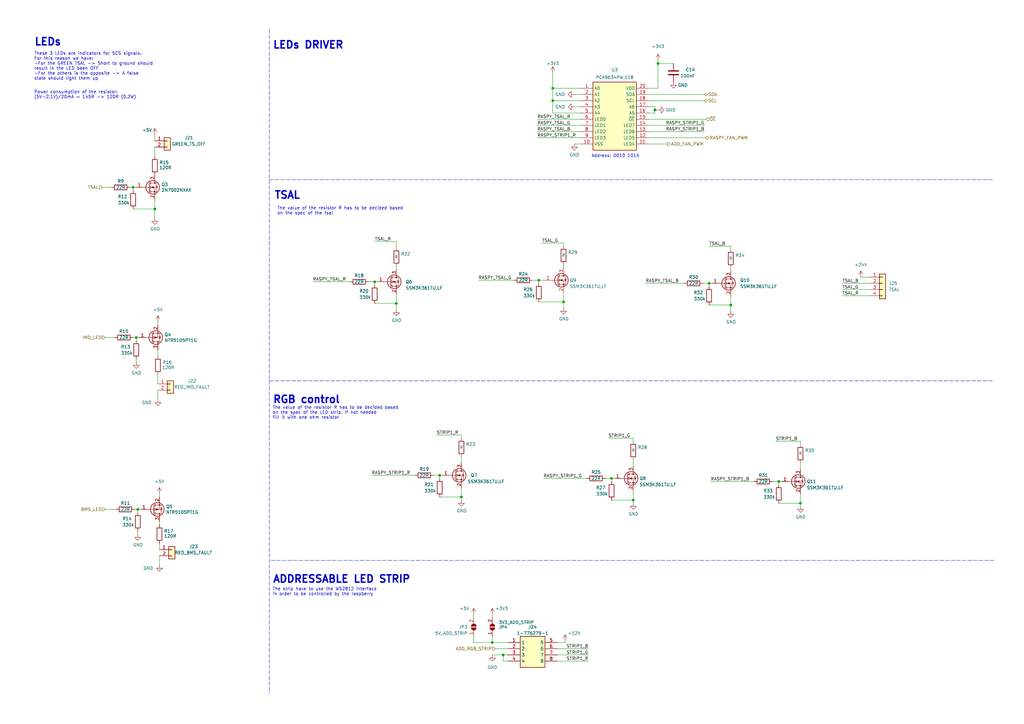
<source format=kicad_sch>
(kicad_sch (version 20211123) (generator eeschema)
  (paper "A3")
  (lib_symbols
    (symbol "00_proj-lib:1-776279-1"
      (property "Value" "1-776279-1" (at 9.525 3.81 0))
      (property "Reference_1" "J" (at 6.35 6.985 0))
      (property "Value_1" "1-776279-1" (at 3.175 5.08 0))
      (symbol "1-776279-1_1_1"
        (rectangle (start 5.08 2.54) (end 15.24 -10.16) (stroke (width 0.254)) (fill (type background)))
        (pin passive line (at 0 0 0) (length 5.08) (name "1") (number "1"))
        (pin passive line (at 0 -2.54 0) (length 5.08) (name "2") (number "2"))
        (pin passive line (at 0 -5.08 0) (length 5.08) (name "3") (number "3"))
        (pin passive line (at 0 -7.62 0) (length 5.08) (name "4") (number "4"))
        (pin passive line (at 20.32 0 180) (length 5.08) (name "5") (number "5"))
        (pin passive line (at 20.32 -2.54 180) (length 5.08) (name "6") (number "6"))
        (pin passive line (at 20.32 -5.08 180) (length 5.08) (name "7") (number "7"))
        (pin passive line (at 20.32 -7.62 180) (length 5.08) (name "8") (number "8"))
      )
    )
    (symbol "00_proj-lib:PCA9634PW,118"
      (property "Value" "PCA9634PW,118" (at 13.97 3.81 0))
      (property "Reference_1" "IC" (at 24.13 7.62 0))
      (property "Value_1" "PCA9634PW,118" (at 24.13 5.08 0))
      (symbol "PCA9634PW,118_1_1"
        (rectangle (start 5.08 2.54) (end 22.86 -25.4) (stroke (width 0.254)) (fill (type background)))
        (pin passive line (at 0 0 0) (length 5.08) (name "A0") (number "1"))
        (pin passive line (at 0 -22.86 0) (length 5.08) (name "VSS") (number "10"))
        (pin passive line (at 27.94 -22.86 180) (length 5.08) (name "LED4") (number "11"))
        (pin passive line (at 27.94 -20.32 180) (length 5.08) (name "LED5") (number "12"))
        (pin passive line (at 27.94 -17.78 180) (length 5.08) (name "LED6") (number "13"))
        (pin passive line (at 27.94 -15.24 180) (length 5.08) (name "LED7") (number "14"))
        (pin passive line (at 27.94 -12.7 180) (length 5.08) (name "~{OE}") (number "15"))
        (pin passive line (at 27.94 -10.16 180) (length 5.08) (name "A5") (number "16"))
        (pin passive line (at 27.94 -7.62 180) (length 5.08) (name "A6") (number "17"))
        (pin passive line (at 27.94 -5.08 180) (length 5.08) (name "SCL") (number "18"))
        (pin passive line (at 27.94 -2.54 180) (length 5.08) (name "SDA") (number "19"))
        (pin passive line (at 0 -2.54 0) (length 5.08) (name "A1") (number "2"))
        (pin passive line (at 27.94 0 180) (length 5.08) (name "VDD") (number "20"))
        (pin passive line (at 0 -5.08 0) (length 5.08) (name "A2") (number "3"))
        (pin passive line (at 0 -7.62 0) (length 5.08) (name "A3") (number "4"))
        (pin passive line (at 0 -10.16 0) (length 5.08) (name "A4") (number "5"))
        (pin passive line (at 0 -12.7 0) (length 5.08) (name "LED0") (number "6"))
        (pin passive line (at 0 -15.24 0) (length 5.08) (name "LED1") (number "7"))
        (pin passive line (at 0 -17.78 0) (length 5.08) (name "LED2") (number "8"))
        (pin passive line (at 0 -20.32 0) (length 5.08) (name "LED3") (number "9"))
      )
    )
    (symbol "Connector_Generic:Conn_01x02" (pin_names (offset 1.016) hide)
      (property "Reference" "J" (at 0 2.54 0))
      (property "Value" "Conn_01x02" (at 0 -5.08 0))
      (symbol "Conn_01x02_1_1"
        (rectangle (start -1.27 -2.413) (end 0 -2.667) (stroke (width 0.1524)))
        (rectangle (start -1.27 0.127) (end 0 -0.127) (stroke (width 0.1524)))
        (rectangle (start -1.27 1.27) (end 1.27 -3.81) (stroke (width 0.254)) (fill (type background)))
        (pin passive line (at -5.08 0 0) (length 3.81) (name "Pin_1") (number "1"))
        (pin passive line (at -5.08 -2.54 0) (length 3.81) (name "Pin_2") (number "2"))
      )
    )
    (symbol "Connector_Generic:Conn_01x04" (pin_names (offset 1.016) hide)
      (property "Reference" "J" (at 0 5.08 0))
      (property "Value" "Conn_01x04" (at 0 -7.62 0))
      (symbol "Conn_01x04_1_1"
        (rectangle (start -1.27 -4.953) (end 0 -5.207) (stroke (width 0.1524)))
        (rectangle (start -1.27 -2.413) (end 0 -2.667) (stroke (width 0.1524)))
        (rectangle (start -1.27 0.127) (end 0 -0.127) (stroke (width 0.1524)))
        (rectangle (start -1.27 2.667) (end 0 2.413) (stroke (width 0.1524)))
        (rectangle (start -1.27 3.81) (end 1.27 -6.35) (stroke (width 0.254)) (fill (type background)))
        (pin passive line (at -5.08 2.54 0) (length 3.81) (name "Pin_1") (number "1"))
        (pin passive line (at -5.08 0 0) (length 3.81) (name "Pin_2") (number "2"))
        (pin passive line (at -5.08 -2.54 0) (length 3.81) (name "Pin_3") (number "3"))
        (pin passive line (at -5.08 -5.08 0) (length 3.81) (name "Pin_4") (number "4"))
      )
    )
    (symbol "Device:C" (pin_numbers hide) (pin_names (offset 0.254))
      (property "Reference" "C" (at 0.635 2.54 0))
      (property "Value" "C" (at 0.635 -2.54 0))
      (symbol "C_0_1"
        (polyline (pts (xy -2.032 -0.762) (xy 2.032 -0.762)) (stroke (width 0.508)))
        (polyline (pts (xy -2.032 0.762) (xy 2.032 0.762)) (stroke (width 0.508)))
      )
      (symbol "C_1_1"
        (pin passive line (at 0 3.81 270) (length 2.794) (name "~") (number "1"))
        (pin passive line (at 0 -3.81 90) (length 2.794) (name "~") (number "2"))
      )
    )
    (symbol "Device:Q_NMOS_GSD" (pin_names (offset 0) hide)
      (property "Reference" "Q" (at 5.08 1.27 0))
      (property "Value" "Q_NMOS_GSD" (at 5.08 -1.27 0))
      (symbol "Q_NMOS_GSD_0_1"
        (polyline (pts (xy 0.254 0) (xy -2.54 0)))
        (polyline (pts (xy 0.254 1.905) (xy 0.254 -1.905)) (stroke (width 0.254)))
        (polyline (pts (xy 0.762 -1.27) (xy 0.762 -2.286)) (stroke (width 0.254)))
        (polyline (pts (xy 0.762 0.508) (xy 0.762 -0.508)) (stroke (width 0.254)))
        (polyline (pts (xy 0.762 2.286) (xy 0.762 1.27)) (stroke (width 0.254)))
        (polyline (pts (xy 2.54 2.54) (xy 2.54 1.778)))
        (polyline (pts (xy 2.54 -2.54) (xy 2.54 0) (xy 0.762 0)))
        (polyline (pts (xy 0.762 -1.778) (xy 3.302 -1.778) (xy 3.302 1.778) (xy 0.762 1.778)))
        (polyline (pts (xy 1.016 0) (xy 2.032 0.381) (xy 2.032 -0.381) (xy 1.016 0)) (fill (type outline)))
        (polyline (pts (xy 2.794 0.508) (xy 2.921 0.381) (xy 3.683 0.381) (xy 3.81 0.254)))
        (polyline (pts (xy 3.302 0.381) (xy 2.921 -0.254) (xy 3.683 -0.254) (xy 3.302 0.381)))
        (circle (center 1.651 0) (radius 2.794) (stroke (width 0.254)))
        (circle (center 2.54 -1.778) (radius 0.254) (fill (type outline)))
        (circle (center 2.54 1.778) (radius 0.254) (fill (type outline)))
      )
      (symbol "Q_NMOS_GSD_1_1"
        (pin input line (at -5.08 0 0) (length 2.54) (name "G") (number "1"))
        (pin passive line (at 2.54 -5.08 90) (length 2.54) (name "S") (number "2"))
        (pin passive line (at 2.54 5.08 270) (length 2.54) (name "D") (number "3"))
      )
    )
    (symbol "Device:Q_PMOS_GSD" (pin_names (offset 0) hide)
      (property "Reference" "Q" (at 5.08 1.27 0))
      (property "Value" "Q_PMOS_GSD" (at 5.08 -1.27 0))
      (symbol "Q_PMOS_GSD_0_1"
        (polyline (pts (xy 0.254 0) (xy -2.54 0)))
        (polyline (pts (xy 0.254 1.905) (xy 0.254 -1.905)) (stroke (width 0.254)))
        (polyline (pts (xy 0.762 -1.27) (xy 0.762 -2.286)) (stroke (width 0.254)))
        (polyline (pts (xy 0.762 0.508) (xy 0.762 -0.508)) (stroke (width 0.254)))
        (polyline (pts (xy 0.762 2.286) (xy 0.762 1.27)) (stroke (width 0.254)))
        (polyline (pts (xy 2.54 2.54) (xy 2.54 1.778)))
        (polyline (pts (xy 2.54 -2.54) (xy 2.54 0) (xy 0.762 0)))
        (polyline (pts (xy 0.762 1.778) (xy 3.302 1.778) (xy 3.302 -1.778) (xy 0.762 -1.778)))
        (polyline (pts (xy 2.286 0) (xy 1.27 0.381) (xy 1.27 -0.381) (xy 2.286 0)) (fill (type outline)))
        (polyline (pts (xy 2.794 -0.508) (xy 2.921 -0.381) (xy 3.683 -0.381) (xy 3.81 -0.254)))
        (polyline (pts (xy 3.302 -0.381) (xy 2.921 0.254) (xy 3.683 0.254) (xy 3.302 -0.381)))
        (circle (center 1.651 0) (radius 2.794) (stroke (width 0.254)))
        (circle (center 2.54 -1.778) (radius 0.254) (fill (type outline)))
        (circle (center 2.54 1.778) (radius 0.254) (fill (type outline)))
      )
      (symbol "Q_PMOS_GSD_1_1"
        (pin input line (at -5.08 0 0) (length 2.54) (name "G") (number "1"))
        (pin passive line (at 2.54 -5.08 90) (length 2.54) (name "S") (number "2"))
        (pin passive line (at 2.54 5.08 270) (length 2.54) (name "D") (number "3"))
      )
    )
    (symbol "Device:R" (pin_numbers hide) (pin_names (offset 0))
      (property "Reference" "R" (at 2.032 0 90))
      (property "Value" "R" (at 0 0 90))
      (symbol "R_0_1"
        (rectangle (start -1.016 -2.54) (end 1.016 2.54) (stroke (width 0.254)))
      )
      (symbol "R_1_1"
        (pin passive line (at 0 3.81 270) (length 1.27) (name "~") (number "1"))
        (pin passive line (at 0 -3.81 90) (length 1.27) (name "~") (number "2"))
      )
    )
    (symbol "Jumper:SolderJumper_2_Open" (pin_names (offset 0) hide)
      (property "Reference" "JP" (at 0 2.032 0))
      (property "Value" "SolderJumper_2_Open" (at 0 -2.54 0))
      (symbol "SolderJumper_2_Open_0_1"
        (arc (start -0.254 1.016) (mid -1.27 0) (end -0.254 -1.016))
        (arc (start -0.254 1.016) (mid -1.27 0) (end -0.254 -1.016) (fill (type outline)))
        (polyline (pts (xy -0.254 1.016) (xy -0.254 -1.016)))
        (polyline (pts (xy 0.254 1.016) (xy 0.254 -1.016)))
        (arc (start 0.254 -1.016) (mid 1.27 0) (end 0.254 1.016))
        (arc (start 0.254 -1.016) (mid 1.27 0) (end 0.254 1.016) (fill (type outline)))
      )
      (symbol "SolderJumper_2_Open_1_1"
        (pin passive line (at -3.81 0 0) (length 2.54) (name "A") (number "1"))
        (pin passive line (at 3.81 0 180) (length 2.54) (name "B") (number "2"))
      )
    )
    (symbol "power:+12V" (power) (pin_names (offset 0))
      (property "Value" "+12V" (at 0 3.556 0))
      (symbol "+12V_0_1"
        (polyline (pts (xy -0.762 1.27) (xy 0 2.54)))
        (polyline (pts (xy 0 0) (xy 0 2.54)))
        (polyline (pts (xy 0 2.54) (xy 0.762 1.27)))
      )
      (symbol "+12V_1_1"
        (pin power_in line (at 0 0 90) (length 0) hide (name "+12V") (number "1"))
      )
    )
    (symbol "power:+24V" (power) (pin_names (offset 0))
      (property "Value" "+24V" (at 0 3.556 0))
      (symbol "+24V_0_1"
        (polyline (pts (xy -0.762 1.27) (xy 0 2.54)))
        (polyline (pts (xy 0 0) (xy 0 2.54)))
        (polyline (pts (xy 0 2.54) (xy 0.762 1.27)))
      )
      (symbol "+24V_1_1"
        (pin power_in line (at 0 0 90) (length 0) hide (name "+24V") (number "1"))
      )
    )
    (symbol "power:+3V3" (power) (pin_names (offset 0))
      (property "Value" "+3V3" (at 0 3.556 0))
      (symbol "+3V3_0_1"
        (polyline (pts (xy -0.762 1.27) (xy 0 2.54)))
        (polyline (pts (xy 0 0) (xy 0 2.54)))
        (polyline (pts (xy 0 2.54) (xy 0.762 1.27)))
      )
      (symbol "+3V3_1_1"
        (pin power_in line (at 0 0 90) (length 0) hide (name "+3V3") (number "1"))
      )
    )
    (symbol "power:+5V" (power) (pin_names (offset 0))
      (property "Value" "+5V" (at 0 3.556 0))
      (symbol "+5V_0_1"
        (polyline (pts (xy -0.762 1.27) (xy 0 2.54)))
        (polyline (pts (xy 0 0) (xy 0 2.54)))
        (polyline (pts (xy 0 2.54) (xy 0.762 1.27)))
      )
      (symbol "+5V_1_1"
        (pin power_in line (at 0 0 90) (length 0) hide (name "+5V") (number "1"))
      )
    )
    (symbol "power:GND" (power) (pin_names (offset 0))
      (property "Value" "GND" (at 0 -3.81 0))
      (symbol "GND_0_1"
        (polyline (pts (xy 0 0) (xy 0 -1.27) (xy 1.27 -1.27) (xy 0 -2.54) (xy -1.27 -1.27) (xy 0 -1.27)))
      )
      (symbol "GND_1_1"
        (pin power_in line (at 0 0 270) (length 0) hide (name "GND") (number "1"))
      )
    )
  )
  (junction (at 153.67 115.57))
  (junction (at 259.715 205.105))
  (junction (at 290.83 116.205))
  (junction (at 162.56 124.46))
  (junction (at 226.695 41.275))
  (junction (at 55.88 138.43))
  (junction (at 299.72 125.095))
  (junction (at 180.34 194.945))
  (junction (at 54.61 76.835))
  (junction (at 189.23 203.835))
  (junction (at 226.695 36.195))
  (junction (at 319.405 197.485))
  (junction (at 63.5 85.725))
  (junction (at 269.875 26.035))
  (junction (at 201.93 263.525))
  (junction (at 56.515 208.915))
  (junction (at 268.605 45.085))
  (junction (at 206.375 268.605))
  (junction (at 250.825 196.215))
  (junction (at 231.14 123.825))
  (junction (at 328.295 206.375))
  (junction (at 220.98 114.935))
  (wire (pts (xy 63.5 60.325) (xy 63.5 64.135)))
  (wire (pts (xy 299.72 125.095) (xy 299.72 127.635)))
  (wire (pts (xy 222.885 196.215) (xy 240.665 196.215)))
  (wire (pts (xy 206.375 268.605) (xy 208.28 268.605)))
  (wire (pts (xy 226.695 36.195) (xy 226.695 41.275)))
  (wire (pts (xy 264.795 116.205) (xy 280.67 116.205)))
  (wire (pts (xy 266.065 51.435) (xy 288.925 51.435)))
  (wire (pts (xy 56.515 210.185) (xy 56.515 208.915)))
  (wire (pts (xy 196.215 114.935) (xy 210.82 114.935)))
  (wire (pts (xy 290.83 116.205) (xy 292.1 116.205)))
  (wire (pts (xy 291.465 197.485) (xy 309.245 197.485)))
  (wire (pts (xy 266.065 43.815) (xy 268.605 43.815)))
  (wire (pts (xy 299.72 100.965) (xy 299.72 102.235)))
  (wire (pts (xy 259.715 205.105) (xy 259.715 206.375)))
  (wire (pts (xy 226.695 41.275) (xy 238.125 41.275)))
  (wire (pts (xy 162.56 124.46) (xy 162.56 127)))
  (wire (pts (xy 162.56 120.65) (xy 162.56 124.46)))
  (wire (pts (xy 63.5 85.725) (xy 63.5 89.535)))
  (wire (pts (xy 189.23 203.835) (xy 189.23 205.105)))
  (wire (pts (xy 290.83 116.205) (xy 290.83 117.475)))
  (wire (pts (xy 316.865 197.485) (xy 319.405 197.485)))
  (wire (pts (xy 153.67 116.84) (xy 153.67 115.57)))
  (wire (pts (xy 266.065 48.895) (xy 289.56 48.895)))
  (wire (pts (xy 345.44 118.745) (xy 356.87 118.745)))
  (wire (pts (xy 180.34 203.835) (xy 189.23 203.835)))
  (wire (pts (xy 194.31 263.525) (xy 201.93 263.525)))
  (wire (pts (xy 56.515 208.915) (xy 57.785 208.915)))
  (wire (pts (xy 54.61 76.835) (xy 55.88 76.835)))
  (wire (pts (xy 231.14 120.015) (xy 231.14 123.825)))
  (wire (pts (xy 268.605 43.815) (xy 268.605 45.085)))
  (wire (pts (xy 259.715 179.705) (xy 259.715 180.975)))
  (wire (pts (xy 189.23 200.025) (xy 189.23 203.835)))
  (wire (pts (xy 319.405 198.755) (xy 319.405 197.485)))
  (wire (pts (xy 231.14 108.585) (xy 231.14 109.855)))
  (wire (pts (xy 220.345 56.515) (xy 238.125 56.515)))
  (wire (pts (xy 177.8 194.945) (xy 180.34 194.945)))
  (wire (pts (xy 269.875 26.035) (xy 276.225 26.035)))
  (wire (pts (xy 55.88 138.43) (xy 57.15 138.43)))
  (wire (pts (xy 63.5 81.915) (xy 63.5 85.725)))
  (wire (pts (xy 43.18 208.915) (xy 47.625 208.915)))
  (wire (pts (xy 194.31 252.095) (xy 194.31 253.365)))
  (wire (pts (xy 299.72 121.285) (xy 299.72 125.095)))
  (wire (pts (xy 319.405 206.375) (xy 328.295 206.375)))
  (wire (pts (xy 266.065 46.355) (xy 268.605 46.355)))
  (wire (pts (xy 65.405 227.965) (xy 65.405 231.775)))
  (wire (pts (xy 53.34 76.835) (xy 54.61 76.835)))
  (wire (pts (xy 268.605 45.085) (xy 268.605 46.355)))
  (wire (pts (xy 55.245 208.915) (xy 56.515 208.915)))
  (wire (pts (xy 290.83 125.095) (xy 299.72 125.095)))
  (wire (pts (xy 248.285 196.215) (xy 250.825 196.215)))
  (wire (pts (xy 353.06 113.665) (xy 356.87 113.665)))
  (polyline (pts (xy 110.49 73.66) (xy 407.035 73.66)))
  (wire (pts (xy 201.93 263.525) (xy 208.28 263.525)))
  (wire (pts (xy 226.695 29.845) (xy 226.695 36.195)))
  (wire (pts (xy 201.93 252.095) (xy 201.93 253.365)))
  (wire (pts (xy 64.77 132.08) (xy 64.77 133.35)))
  (wire (pts (xy 318.135 180.975) (xy 328.295 180.975)))
  (wire (pts (xy 250.825 205.105) (xy 259.715 205.105)))
  (wire (pts (xy 128.27 115.57) (xy 143.51 115.57)))
  (wire (pts (xy 65.405 222.885) (xy 65.405 225.425)))
  (wire (pts (xy 220.345 53.975) (xy 238.125 53.975)))
  (wire (pts (xy 56.515 219.075) (xy 56.515 217.805)))
  (wire (pts (xy 203.2 266.065) (xy 208.28 266.065)))
  (wire (pts (xy 41.91 76.835) (xy 45.72 76.835)))
  (wire (pts (xy 241.3 268.605) (xy 228.6 268.605)))
  (wire (pts (xy 189.23 178.435) (xy 189.23 179.705)))
  (wire (pts (xy 152.4 194.945) (xy 170.18 194.945)))
  (wire (pts (xy 226.695 41.275) (xy 226.695 46.355)))
  (wire (pts (xy 162.56 109.22) (xy 162.56 110.49)))
  (wire (pts (xy 231.775 263.525) (xy 228.6 263.525)))
  (wire (pts (xy 153.67 99.06) (xy 162.56 99.06)))
  (wire (pts (xy 226.695 46.355) (xy 238.125 46.355)))
  (wire (pts (xy 180.34 194.945) (xy 180.34 196.215)))
  (wire (pts (xy 194.31 260.985) (xy 194.31 263.525)))
  (wire (pts (xy 63.5 55.245) (xy 63.5 57.785)))
  (wire (pts (xy 64.77 153.67) (xy 64.77 157.48)))
  (wire (pts (xy 250.825 197.485) (xy 250.825 196.215)))
  (wire (pts (xy 208.28 271.145) (xy 206.375 271.145)))
  (wire (pts (xy 65.405 202.565) (xy 65.405 203.835)))
  (wire (pts (xy 220.98 114.935) (xy 223.52 114.935)))
  (wire (pts (xy 290.83 100.965) (xy 299.72 100.965)))
  (wire (pts (xy 64.77 143.51) (xy 64.77 146.05)))
  (wire (pts (xy 201.93 268.605) (xy 206.375 268.605)))
  (wire (pts (xy 266.065 38.735) (xy 288.925 38.735)))
  (wire (pts (xy 218.44 114.935) (xy 220.98 114.935)))
  (wire (pts (xy 220.98 116.205) (xy 220.98 114.935)))
  (wire (pts (xy 220.345 48.895) (xy 238.125 48.895)))
  (wire (pts (xy 235.585 43.815) (xy 238.125 43.815)))
  (wire (pts (xy 231.775 262.89) (xy 231.775 263.525)))
  (wire (pts (xy 249.555 179.705) (xy 259.715 179.705)))
  (wire (pts (xy 222.25 99.695) (xy 231.14 99.695)))
  (wire (pts (xy 299.72 109.855) (xy 299.72 111.125)))
  (wire (pts (xy 54.61 78.105) (xy 54.61 76.835)))
  (wire (pts (xy 220.345 51.435) (xy 238.125 51.435)))
  (polyline (pts (xy 110.49 12.065) (xy 110.49 284.48)))
  (wire (pts (xy 153.67 124.46) (xy 162.56 124.46)))
  (wire (pts (xy 55.88 148.59) (xy 55.88 147.32)))
  (wire (pts (xy 266.065 36.195) (xy 269.875 36.195)))
  (wire (pts (xy 179.07 178.435) (xy 189.23 178.435)))
  (wire (pts (xy 328.295 202.565) (xy 328.295 206.375)))
  (wire (pts (xy 345.44 116.205) (xy 356.87 116.205)))
  (wire (pts (xy 250.825 196.215) (xy 252.095 196.215)))
  (wire (pts (xy 266.065 53.975) (xy 288.925 53.975)))
  (wire (pts (xy 259.715 201.295) (xy 259.715 205.105)))
  (wire (pts (xy 266.065 56.515) (xy 289.56 56.515)))
  (polyline (pts (xy 110.49 156.21) (xy 407.035 156.21)))
  (wire (pts (xy 269.875 26.035) (xy 269.875 24.765)))
  (wire (pts (xy 54.61 138.43) (xy 55.88 138.43)))
  (wire (pts (xy 180.34 194.945) (xy 181.61 194.945)))
  (wire (pts (xy 235.585 59.055) (xy 238.125 59.055)))
  (polyline (pts (xy 111.125 229.87) (xy 407.67 229.87)))
  (wire (pts (xy 288.29 116.205) (xy 290.83 116.205)))
  (wire (pts (xy 235.585 38.735) (xy 238.125 38.735)))
  (wire (pts (xy 328.295 206.375) (xy 328.295 207.645)))
  (wire (pts (xy 162.56 99.06) (xy 162.56 101.6)))
  (wire (pts (xy 266.065 41.275) (xy 288.925 41.275)))
  (wire (pts (xy 201.93 260.985) (xy 201.93 263.525)))
  (wire (pts (xy 153.67 115.57) (xy 154.94 115.57)))
  (wire (pts (xy 231.14 123.825) (xy 231.14 126.365)))
  (wire (pts (xy 328.295 180.975) (xy 328.295 182.245)))
  (wire (pts (xy 64.77 160.02) (xy 64.77 163.83)))
  (wire (pts (xy 268.605 45.085) (xy 269.875 45.085)))
  (wire (pts (xy 54.61 85.725) (xy 63.5 85.725)))
  (wire (pts (xy 43.18 138.43) (xy 46.99 138.43)))
  (wire (pts (xy 206.375 271.145) (xy 206.375 268.605)))
  (wire (pts (xy 189.23 187.325) (xy 189.23 189.865)))
  (wire (pts (xy 259.715 188.595) (xy 259.715 191.135)))
  (wire (pts (xy 269.875 36.195) (xy 269.875 26.035)))
  (wire (pts (xy 328.295 189.865) (xy 328.295 192.405)))
  (wire (pts (xy 226.695 36.195) (xy 238.125 36.195)))
  (wire (pts (xy 65.405 213.995) (xy 65.405 215.265)))
  (wire (pts (xy 241.3 266.065) (xy 228.6 266.065)))
  (wire (pts (xy 241.3 271.145) (xy 228.6 271.145)))
  (wire (pts (xy 220.98 123.825) (xy 231.14 123.825)))
  (wire (pts (xy 55.88 139.7) (xy 55.88 138.43)))
  (wire (pts (xy 231.14 99.695) (xy 231.14 100.965)))
  (wire (pts (xy 345.44 121.285) (xy 356.87 121.285)))
  (wire (pts (xy 319.405 197.485) (xy 320.675 197.485)))
  (wire (pts (xy 151.13 115.57) (xy 153.67 115.57)))
  (wire (pts (xy 266.065 59.055) (xy 273.685 59.055)))
  (text "LEDs DRIVER" (at 111.76 20.32 0) (effects (font (size 2.9972 2.9972) (thickness 0.5994) bold) (justify left bottom)))
  (text "ADDRESSABLE LED STRIP" (at 111.76 239.395 0) (effects (font (size 2.9972 2.9972) (thickness 0.5994) bold) (justify left bottom)))
  (text "These 3 LEDs are indicators for SCS signals.\nFor this reason we have:\n-For the GREEN TSAL -> Short to ground should \nresult in the LED been OFF\n-For the others is the opposite -> A false \nstate should light them up" (at 13.97 33.02 0) (effects (font (size 1.27 1.27)) (justify left bottom)))
  (text "RGB control" (at 111.76 165.735 0) (effects (font (size 2.9972 2.9972) (thickness 0.5994) bold) (justify left bottom)))
  (text "Address: 0010 101X" (at 242.57 64.77 0) (effects (font (size 1.27 1.27)) (justify left bottom)))
  (text "LEDs" (at 13.97 19.05 0) (effects (font (size 2.9972 2.9972) (thickness 0.5994) bold) (justify left bottom)))
  (text "TSAL" (at 112.395 81.915 0) (effects (font (size 2.9972 2.9972) (thickness 0.5994) bold) (justify left bottom)))
  (text "Power consumption of the resistor:\n(5V-2.1V)/20mA = 145R -> 120R (0.2W)" (at 13.97 40.64 0) (effects (font (size 1.27 1.27)) (justify left bottom)))
  (text "The value of the resistor R has to be decided based\non the spec of the LED strip. If not needed\nfill it with one ohm resistor" (at 111.76 172.085 0) (effects (font (size 1.27 1.27)) (justify left bottom)))
  (text "The value of the resistor R has to be decided based\non the spec of the tsal" (at 113.665 88.265 0) (effects (font (size 1.27 1.27)) (justify left bottom)))
  (text "The strip have to use the WS2812 interface\nin order to be controlled by the raspberry" (at 111.76 244.475 0) (effects (font (size 1.27 1.27)) (justify left bottom)))
  (label "RASPY_TSAL_G" (at 220.345 51.435 0))
  (label "TSAL_G" (at 222.25 99.695 0))
  (label "STRIP1_R" (at 241.3 271.145 180))
  (label "TSAL_B" (at 345.44 116.205 0))
  (label "STRIP1_B" (at 318.135 180.975 0))
  (label "STRIP1_B" (at 241.3 266.065 180))
  (label "RASPY_TSAL_R" (at 128.27 115.57 0))
  (label "RASPY_TSAL_G" (at 196.215 114.935 0))
  (label "RASPY_TSAL_B" (at 220.345 53.975 0))
  (label "STRIP1_G" (at 241.3 268.605 180))
  (label "TSAL_G" (at 345.44 118.745 0))
  (label "TSAL_R" (at 153.67 99.06 0))
  (label "RASPY_STRIP1_B" (at 291.465 197.485 0))
  (label "RASPY_TSAL_B" (at 264.795 116.205 0))
  (label "RASPY_STRIP1_R" (at 220.345 56.515 0))
  (label "RASPY_STRIP1_R" (at 152.4 194.945 0))
  (label "STRIP1_R" (at 179.07 178.435 0))
  (label "RASPY_TSAL_R" (at 220.345 48.895 0))
  (label "TSAL_B" (at 290.83 100.965 0))
  (label "STRIP1_G" (at 249.555 179.705 0))
  (label "RASPY_STRIP1_G" (at 288.925 51.435 180))
  (label "TSAL_R" (at 345.44 121.285 0))
  (label "RASPY_STRIP1_G" (at 222.885 196.215 0))
  (label "RASPY_STRIP1_B" (at 288.925 53.975 180))
  (hierarchical_label "ADD_RGB_STRIP" (shape input) (at 203.2 266.065 180))
  (hierarchical_label "~{OE}" (shape input) (at 289.56 48.895 0))
  (hierarchical_label "SDA" (shape bidirectional) (at 288.925 38.735 0))
  (hierarchical_label "SCL" (shape bidirectional) (at 288.925 41.275 0))
  (hierarchical_label "IMD_LED" (shape input) (at 43.18 138.43 180))
  (hierarchical_label "TSAL" (shape input) (at 41.91 76.835 180))
  (hierarchical_label "RASPY_FAN_PWM" (shape output) (at 289.56 56.515 0))
  (hierarchical_label "BMS_LED" (shape input) (at 43.18 208.915 180))
  (hierarchical_label "ADD_FAN_PWM" (shape output) (at 273.685 59.055 0))
  (symbol (lib_id "00_proj-lib:PCA9634PW,118") (at 238.125 36.195 0) (unit 1)
    (property "Reference" "U3" (at 252.095 28.575 0))
    (property "Value" "PCA9634PW,118" (at 252.095 31.75 0))
    (property "Footprint" "00_proj-lib:SOP65P640X110-20N" (effects hide))
    (property "Datasheet" "datasheets/PCA9634.pdf" (effects hide))
    (property "Height" "1.1" (effects hide))
    (property "Mouser Part Number" "771-PCA9634PW-T" (effects hide))
    (property "Mouser Price/Stock" "https://www.mouser.co.uk/ProductDetail/NXP-Semiconductors/PCA9634PW118?qs=LOCUfHb8d9v7SMDXrefb3Q%3D%3D" (effects hide))
    (property "Manufacturer_Name" "NXP" (effects hide))
    (property "Manufacturer_Part_Number" "PCA9634PW,118" (effects hide))
  )
  (symbol (lib_id "Device:Q_PMOS_GSD") (at 62.865 208.915 0) (mirror x) (unit 1)
    (property "Reference" "Q5" (at 68.072 207.7466 0) (effects (justify left)))
    (property "Value" "NTR5105PT1G" (at 68.072 210.058 0) (effects (justify left)))
    (property "Footprint" "Package_TO_SOT_SMD:SOT-23" (effects hide))
    (property "Datasheet" "datasheets/NTR5105P_D-2319014.pdf" (effects hide))
  )
  (symbol (lib_id "power:GND") (at 64.77 163.83 0) (mirror y) (unit 1)
    (property "Reference" "#PWR065" (effects hide))
    (property "Value" "GND" (at 62.23 165.0999 0) (effects (justify left)))
  )
  (symbol (lib_id "Device:Q_NMOS_GSD") (at 325.755 197.485 0) (unit 1)
    (property "Reference" "Q11" (at 330.835 197.485 0) (effects (justify left)))
    (property "Value" "SSM3K361TU,LF" (at 330.835 200.025 0) (effects (justify left)))
    (property "Footprint" "00_proj-lib:SOTFL65P210X75-3N" (effects hide))
    (property "Height" "0.75" (effects hide))
    (property "Mouser Part Number" "757-SSM3K361TULF" (effects hide))
    (property "Mouser Price/Stock" "https://www.mouser.co.uk/ProductDetail/Toshiba/SSM3K361TULF?qs=r5DSvlrkXmLO9ymRQhnt0A%3D%3D" (effects hide))
    (property "Manufacturer_Name" "Toshiba" (effects hide))
    (property "Manufacturer_Part_Number" "SSM3K361TU,LF" (effects hide))
  )
  (symbol (lib_id "Device:Q_NMOS_GSD") (at 257.175 196.215 0) (unit 1)
    (property "Reference" "Q8" (at 262.255 196.215 0) (effects (justify left)))
    (property "Value" "SSM3K361TU,LF" (at 262.255 198.755 0) (effects (justify left)))
    (property "Footprint" "00_proj-lib:SOTFL65P210X75-3N" (effects hide))
    (property "Height" "0.75" (effects hide))
    (property "Mouser Part Number" "757-SSM3K361TULF" (effects hide))
    (property "Mouser Price/Stock" "https://www.mouser.co.uk/ProductDetail/Toshiba/SSM3K361TULF?qs=r5DSvlrkXmLO9ymRQhnt0A%3D%3D" (effects hide))
    (property "Manufacturer_Name" "Toshiba" (effects hide))
    (property "Manufacturer_Part_Number" "SSM3K361TU,LF" (effects hide))
  )
  (symbol (lib_id "Device:R") (at 214.63 114.935 270) (unit 1)
    (property "Reference" "R24" (at 214.63 112.395 90))
    (property "Value" "22R" (at 214.63 114.935 90))
    (property "Footprint" "Resistor_SMD:R_0603_1608Metric" (effects hide))
  )
  (symbol (lib_id "power:GND") (at 235.585 43.815 270) (unit 1)
    (property "Reference" "#PWR0188" (effects hide))
    (property "Value" "GND" (at 231.775 43.8149 90) (effects (justify right)))
  )
  (symbol (lib_id "power:GND") (at 231.14 126.365 0) (unit 1)
    (property "Reference" "#PWR071" (effects hide))
    (property "Value" "GND" (at 231.267 130.7592 0))
  )
  (symbol (lib_id "power:+5V") (at 63.5 55.245 0) (unit 1)
    (property "Reference" "#PWR062" (effects hide))
    (property "Value" "+5V" (at 60.325 53.34 0))
  )
  (symbol (lib_id "Device:R") (at 63.5 67.945 180) (unit 1)
    (property "Reference" "R15" (at 67.31 66.675 0))
    (property "Value" "120R" (at 67.8639 68.775 0))
    (property "Footprint" "Resistor_SMD:R_0805_2012Metric" (effects hide))
  )
  (symbol (lib_id "power:GND") (at 63.5 89.535 0) (unit 1)
    (property "Reference" "#PWR063" (effects hide))
    (property "Value" "GND" (at 63.627 93.9292 0))
  )
  (symbol (lib_id "Device:R") (at 328.295 186.055 180) (unit 1)
    (property "Reference" "R35" (at 332.105 184.785 0))
    (property "Value" "R" (at 328.295 186.055 0))
    (property "Footprint" "Resistor_SMD:R_0805_2012Metric" (effects hide))
  )
  (symbol (lib_id "power:GND") (at 235.585 59.055 0) (unit 1)
    (property "Reference" "#PWR0189" (effects hide))
    (property "Value" "GND" (at 235.585 63.5 0))
  )
  (symbol (lib_id "Device:R") (at 54.61 81.915 0) (unit 1)
    (property "Reference" "R12" (at 48.26 80.645 0) (effects (justify left)))
    (property "Value" "330k" (at 48.26 83.185 0) (effects (justify left)))
    (property "Footprint" "Resistor_SMD:R_0603_1608Metric" (effects hide))
  )
  (symbol (lib_id "Device:R") (at 259.715 184.785 180) (unit 1)
    (property "Reference" "R28" (at 263.525 183.515 0))
    (property "Value" "R" (at 259.715 184.785 0))
    (property "Footprint" "Resistor_SMD:R_0805_2012Metric" (effects hide))
  )
  (symbol (lib_id "Device:Q_NMOS_GSD") (at 297.18 116.205 0) (unit 1)
    (property "Reference" "Q10" (at 303.53 114.935 0) (effects (justify left)))
    (property "Value" "SSM3K361TU,LF" (at 303.53 117.475 0) (effects (justify left)))
    (property "Footprint" "00_proj-lib:SOTFL65P210X75-3N" (effects hide))
    (property "Height" "0.75" (effects hide))
    (property "Mouser Part Number" "757-SSM3K361TULF" (effects hide))
    (property "Mouser Price/Stock" "https://www.mouser.co.uk/ProductDetail/Toshiba/SSM3K361TULF?qs=r5DSvlrkXmLO9ymRQhnt0A%3D%3D" (effects hide))
    (property "Manufacturer_Name" "Toshiba" (effects hide))
    (property "Manufacturer_Part_Number" "SSM3K361TU,LF" (effects hide))
  )
  (symbol (lib_id "power:GND") (at 269.875 45.085 90) (unit 1)
    (property "Reference" "#PWR0187" (effects hide))
    (property "Value" "GND" (at 273.05 45.0849 90) (effects (justify right)))
  )
  (symbol (lib_id "Device:R") (at 313.055 197.485 270) (unit 1)
    (property "Reference" "R31" (at 313.055 194.945 90))
    (property "Value" "22R" (at 313.055 197.485 90))
    (property "Footprint" "Resistor_SMD:R_0603_1608Metric" (effects hide))
  )
  (symbol (lib_id "power:+5V") (at 194.31 252.095 0) (unit 1)
    (property "Reference" "#PWR0129" (effects hide))
    (property "Value" "+5V" (at 190.5 249.555 0))
  )
  (symbol (lib_id "Jumper:SolderJumper_2_Open") (at 194.31 257.175 270) (mirror x) (unit 1)
    (property "Reference" "JP3" (at 191.77 257.175 90) (effects (justify right)))
    (property "Value" "5V_ADD_STRIP" (at 191.77 259.715 90) (effects (justify right)))
    (property "Footprint" "Jumper:SolderJumper-2_P1.3mm_Open_RoundedPad1.0x1.5mm" (effects hide))
  )
  (symbol (lib_id "Device:R") (at 284.48 116.205 270) (unit 1)
    (property "Reference" "R30" (at 284.48 113.665 90))
    (property "Value" "22R" (at 284.48 116.205 90))
    (property "Footprint" "Resistor_SMD:R_0603_1608Metric" (effects hide))
  )
  (symbol (lib_id "Device:Q_NMOS_GSD") (at 228.6 114.935 0) (unit 1)
    (property "Reference" "Q9" (at 233.68 114.935 0) (effects (justify left)))
    (property "Value" "SSM3K361TU,LF" (at 233.68 117.475 0) (effects (justify left)))
    (property "Footprint" "00_proj-lib:SOTFL65P210X75-3N" (effects hide))
    (property "Datasheet" "https://www.mouser.co.uk/ProductDetail/Toshiba/SSM3K361TULF?qs=r5DSvlrkXmLO9ymRQhnt0A%3D%3D" (effects hide))
    (property "Height" "0.75" (effects hide))
    (property "Mouser Part Number" "757-SSM3K361TULF" (effects hide))
    (property "Mouser Price/Stock" "https://www.mouser.co.uk/ProductDetail/Toshiba/SSM3K361TULF?qs=r5DSvlrkXmLO9ymRQhnt0A%3D%3D" (effects hide))
    (property "Manufacturer_Name" "Toshiba" (effects hide))
    (property "Manufacturer_Part_Number" "SSM3K361TU,LF" (effects hide))
  )
  (symbol (lib_id "power:GND") (at 201.93 268.605 0) (unit 1)
    (property "Reference" "#PWR0128" (effects hide))
    (property "Value" "GND" (at 201.93 273.685 0))
  )
  (symbol (lib_id "Device:C") (at 276.225 29.845 0) (mirror y) (unit 1)
    (property "Reference" "C14" (at 285.115 28.575 0) (effects (justify left)))
    (property "Value" "100nF" (at 285.115 31.1151 0) (effects (justify left)))
    (property "Footprint" "Capacitor_SMD:C_0603_1608Metric" (effects hide))
  )
  (symbol (lib_id "power:GND") (at 299.72 127.635 0) (unit 1)
    (property "Reference" "#PWR072" (effects hide))
    (property "Value" "GND" (at 299.847 132.0292 0))
  )
  (symbol (lib_id "00_proj-lib:1-776279-1") (at 208.28 263.525 0) (unit 1)
    (property "Reference" "J24" (at 218.44 257.175 0))
    (property "Value" "1-776279-1" (at 218.44 259.715 0))
    (property "Footprint" "Eagle_Connectors:TE-17762791" (effects hide))
    (property "Datasheet" "https://www.mouser.co.uk/ProductDetail/TE-Connectivity/1-776279-1?qs=tLAa1RwIH6fAW8GUe6Xfuw%3D%3D" (effects hide))
    (property "Height" "32.1" (effects hide))
    (property "Mouser Part Number" "571-1-776279-1" (effects hide))
    (property "Manufacturer_Name" "TE Connectivity" (effects hide))
    (property "Manufacturer_Part_Number" "1-776279-1" (effects hide))
  )
  (symbol (lib_id "power:GND") (at 56.515 219.075 0) (unit 1)
    (property "Reference" "#PWR061" (effects hide))
    (property "Value" "GND" (at 56.642 223.4692 0))
  )
  (symbol (lib_id "Device:R") (at 299.72 106.045 180) (unit 1)
    (property "Reference" "R34" (at 303.53 104.775 0))
    (property "Value" "R" (at 299.72 106.045 0))
    (property "Footprint" "Resistor_SMD:R_0805_2012Metric" (effects hide))
  )
  (symbol (lib_id "Device:R") (at 189.23 183.515 180) (unit 1)
    (property "Reference" "R23" (at 193.04 182.245 0))
    (property "Value" "R" (at 189.23 183.515 0))
    (property "Footprint" "Resistor_SMD:R_0805_2012Metric" (effects hide))
  )
  (symbol (lib_id "power:GND") (at 276.225 33.655 0) (mirror y) (unit 1)
    (property "Reference" "#PWR0124" (effects hide))
    (property "Value" "GND" (at 280.035 34.925 0))
  )
  (symbol (lib_id "power:+12V") (at 231.775 262.89 0) (mirror y) (unit 1)
    (property "Reference" "#PWR074" (effects hide))
    (property "Value" "+12V" (at 238.125 259.715 0) (effects (justify left)))
  )
  (symbol (lib_id "power:GND") (at 55.88 148.59 0) (unit 1)
    (property "Reference" "#PWR060" (effects hide))
    (property "Value" "GND" (at 56.007 152.9842 0))
  )
  (symbol (lib_id "Device:R") (at 220.98 120.015 0) (unit 1)
    (property "Reference" "R26" (at 214.63 118.745 0) (effects (justify left)))
    (property "Value" "330k" (at 214.63 121.285 0) (effects (justify left)))
    (property "Footprint" "Resistor_SMD:R_0603_1608Metric" (effects hide))
  )
  (symbol (lib_id "power:+5V") (at 64.77 132.08 0) (unit 1)
    (property "Reference" "#PWR064" (effects hide))
    (property "Value" "+5V" (at 64.77 127 0))
  )
  (symbol (lib_id "Device:Q_NMOS_GSD") (at 160.02 115.57 0) (unit 1)
    (property "Reference" "Q6" (at 166.37 115.57 0) (effects (justify left)))
    (property "Value" "SSM3K361TU,LF" (at 166.37 118.11 0) (effects (justify left)))
    (property "Footprint" "00_proj-lib:SOTFL65P210X75-3N" (effects hide))
    (property "Height" "0.75" (effects hide))
    (property "Mouser Part Number" "757-SSM3K361TULF" (effects hide))
    (property "Mouser Price/Stock" "https://www.mouser.co.uk/ProductDetail/Toshiba/SSM3K361TULF?qs=r5DSvlrkXmLO9ymRQhnt0A%3D%3D" (effects hide))
    (property "Manufacturer_Name" "Toshiba" (effects hide))
    (property "Manufacturer_Part_Number" "SSM3K361TU,LF" (effects hide))
  )
  (symbol (lib_id "Device:R") (at 65.405 219.075 0) (unit 1)
    (property "Reference" "R17" (at 69.215 217.805 0))
    (property "Value" "120R" (at 69.8207 219.849 0))
    (property "Footprint" "Resistor_SMD:R_0805_2012Metric" (effects hide))
  )
  (symbol (lib_id "Device:Q_NMOS_GSD") (at 186.69 194.945 0) (unit 1)
    (property "Reference" "Q7" (at 193.04 194.945 0) (effects (justify left)))
    (property "Value" "SSM3K361TU,LF" (at 191.77 197.485 0) (effects (justify left)))
    (property "Footprint" "00_proj-lib:SOTFL65P210X75-3N" (effects hide))
    (property "Height" "0.75" (effects hide))
    (property "Mouser Part Number" "757-SSM3K361TULF" (effects hide))
    (property "Mouser Price/Stock" "https://www.mouser.co.uk/ProductDetail/Toshiba/SSM3K361TULF?qs=r5DSvlrkXmLO9ymRQhnt0A%3D%3D" (effects hide))
    (property "Manufacturer_Name" "Toshiba" (effects hide))
    (property "Manufacturer_Part_Number" "SSM3K361TU,LF" (effects hide))
  )
  (symbol (lib_id "Device:R") (at 56.515 213.995 0) (unit 1)
    (property "Reference" "R14" (at 50.165 212.725 0) (effects (justify left)))
    (property "Value" "330k" (at 50.165 215.265 0) (effects (justify left)))
    (property "Footprint" "Resistor_SMD:R_0603_1608Metric" (effects hide))
  )
  (symbol (lib_id "power:GND") (at 259.715 206.375 0) (unit 1)
    (property "Reference" "#PWR070" (effects hide))
    (property "Value" "GND" (at 259.842 210.7692 0))
  )
  (symbol (lib_id "Device:R") (at 50.8 138.43 90) (unit 1)
    (property "Reference" "R10" (at 50.8 135.89 90))
    (property "Value" "22R" (at 50.8 138.43 90))
    (property "Footprint" "Resistor_SMD:R_0603_1608Metric" (effects hide))
  )
  (symbol (lib_id "Device:R") (at 51.435 208.915 90) (unit 1)
    (property "Reference" "R11" (at 51.435 206.375 90))
    (property "Value" "22R" (at 51.435 208.915 90))
    (property "Footprint" "Resistor_SMD:R_0603_1608Metric" (effects hide))
  )
  (symbol (lib_id "Device:R") (at 55.88 143.51 0) (unit 1)
    (property "Reference" "R13" (at 49.53 142.24 0) (effects (justify left)))
    (property "Value" "330k" (at 49.53 144.78 0) (effects (justify left)))
    (property "Footprint" "Resistor_SMD:R_0603_1608Metric" (effects hide))
  )
  (symbol (lib_id "power:+3V3") (at 201.93 252.095 0) (unit 1)
    (property "Reference" "#PWR0130" (effects hide))
    (property "Value" "+3V3" (at 205.74 249.555 0))
  )
  (symbol (lib_id "power:+24V") (at 353.06 113.665 0) (unit 1)
    (property "Reference" "#PWR075" (effects hide))
    (property "Value" "+24V" (at 353.06 108.585 0))
  )
  (symbol (lib_id "Device:R") (at 173.99 194.945 270) (unit 1)
    (property "Reference" "R19" (at 173.99 192.405 90))
    (property "Value" "22R" (at 173.99 194.945 90))
    (property "Footprint" "Resistor_SMD:R_0603_1608Metric" (effects hide))
  )
  (symbol (lib_id "power:+5V") (at 65.405 202.565 0) (unit 1)
    (property "Reference" "#PWR066" (effects hide))
    (property "Value" "+5V" (at 65.405 197.485 0))
  )
  (symbol (lib_id "Device:R") (at 49.53 76.835 90) (unit 1)
    (property "Reference" "R9" (at 49.53 74.295 90))
    (property "Value" "22R" (at 49.53 76.835 90))
    (property "Footprint" "Resistor_SMD:R_0603_1608Metric" (effects hide))
  )
  (symbol (lib_id "power:GND") (at 189.23 205.105 0) (unit 1)
    (property "Reference" "#PWR069" (effects hide))
    (property "Value" "GND" (at 189.357 209.4992 0))
  )
  (symbol (lib_id "power:+3V3") (at 269.875 24.765 0) (unit 1)
    (property "Reference" "#PWR0184" (effects hide))
    (property "Value" "+3V3" (at 269.875 19.05 0))
  )
  (symbol (lib_id "power:+3V3") (at 226.695 29.845 0) (unit 1)
    (property "Reference" "#PWR0185" (effects hide))
    (property "Value" "+3V3" (at 226.695 26.035 0))
  )
  (symbol (lib_id "Device:R") (at 250.825 201.295 0) (unit 1)
    (property "Reference" "R27" (at 244.475 200.025 0) (effects (justify left)))
    (property "Value" "330k" (at 244.475 202.565 0) (effects (justify left)))
    (property "Footprint" "Resistor_SMD:R_0603_1608Metric" (effects hide))
  )
  (symbol (lib_id "Device:Q_NMOS_GSD") (at 60.96 76.835 0) (unit 1)
    (property "Reference" "Q3" (at 66.167 75.6666 0) (effects (justify left)))
    (property "Value" "2N7002NXAK" (at 66.167 77.978 0) (effects (justify left)))
    (property "Footprint" "Package_TO_SOT_SMD:SOT-23" (effects hide))
    (property "Datasheet" "datasheets/2N7002NXAK.pdf" (effects hide))
  )
  (symbol (lib_id "Device:R") (at 231.14 104.775 180) (unit 1)
    (property "Reference" "R29" (at 234.95 103.505 0))
    (property "Value" "R" (at 231.14 104.775 0))
    (property "Footprint" "Resistor_SMD:R_0805_2012Metric" (effects hide))
  )
  (symbol (lib_id "Device:R") (at 319.405 202.565 0) (unit 1)
    (property "Reference" "R33" (at 313.055 201.295 0) (effects (justify left)))
    (property "Value" "330k" (at 313.055 203.835 0) (effects (justify left)))
    (property "Footprint" "Resistor_SMD:R_0603_1608Metric" (effects hide))
  )
  (symbol (lib_id "Connector_Generic:Conn_01x02") (at 68.58 57.785 0) (unit 1)
    (property "Reference" "J21" (at 77.47 56.515 0))
    (property "Value" "GREEN_TS_OFF" (at 77.47 59.055 0))
    (property "Footprint" "Connector_Molex:Molex_Micro-Fit_3.0_43650-0215_1x02_P3.00mm_Vertical" (effects hide))
  )
  (symbol (lib_id "Device:R") (at 64.77 149.86 0) (unit 1)
    (property "Reference" "R16" (at 68.58 148.59 0))
    (property "Value" "120R" (at 68.9785 150.7328 0))
    (property "Footprint" "Resistor_SMD:R_0805_2012Metric" (effects hide))
  )
  (symbol (lib_id "Device:R") (at 290.83 121.285 0) (unit 1)
    (property "Reference" "R32" (at 284.48 120.015 0) (effects (justify left)))
    (property "Value" "330k" (at 284.48 122.555 0) (effects (justify left)))
    (property "Footprint" "Resistor_SMD:R_0603_1608Metric" (effects hide))
  )
  (symbol (lib_id "Device:R") (at 162.56 105.41 180) (unit 1)
    (property "Reference" "R22" (at 166.37 104.14 0))
    (property "Value" "R" (at 162.56 105.41 0))
    (property "Footprint" "Resistor_SMD:R_0805_2012Metric" (effects hide))
  )
  (symbol (lib_id "Device:R") (at 153.67 120.65 0) (unit 1)
    (property "Reference" "R20" (at 147.32 119.38 0) (effects (justify left)))
    (property "Value" "330k" (at 147.32 121.92 0) (effects (justify left)))
    (property "Footprint" "Resistor_SMD:R_0603_1608Metric" (effects hide))
  )
  (symbol (lib_id "Device:R") (at 180.34 200.025 0) (unit 1)
    (property "Reference" "R21" (at 173.99 198.755 0) (effects (justify left)))
    (property "Value" "330k" (at 173.99 201.295 0) (effects (justify left)))
    (property "Footprint" "Resistor_SMD:R_0603_1608Metric" (effects hide))
  )
  (symbol (lib_id "Jumper:SolderJumper_2_Open") (at 201.93 257.175 90) (unit 1)
    (property "Reference" "JP4" (at 204.47 257.175 90) (effects (justify right)))
    (property "Value" "3V3_ADD_STRIP" (at 204.47 255.27 90) (effects (justify right)))
    (property "Footprint" "Jumper:SolderJumper-2_P1.3mm_Open_RoundedPad1.0x1.5mm" (effects hide))
  )
  (symbol (lib_id "Connector_Generic:Conn_01x04") (at 361.95 116.205 0) (unit 1)
    (property "Reference" "J25" (at 364.49 116.2049 0) (effects (justify left)))
    (property "Value" "TSAL" (at 364.49 118.7449 0) (effects (justify left)))
    (property "Footprint" "Connector_Molex:Molex_Micro-Fit_3.0_43650-0415_1x04_P3.00mm_Vertical" (effects hide))
  )
  (symbol (lib_id "Device:Q_PMOS_GSD") (at 62.23 138.43 0) (mirror x) (unit 1)
    (property "Reference" "Q4" (at 67.437 137.2616 0) (effects (justify left)))
    (property "Value" "NTR5105PT1G" (at 67.437 139.573 0) (effects (justify left)))
    (property "Footprint" "Package_TO_SOT_SMD:SOT-23" (effects hide))
    (property "Datasheet" "datasheets/NTR5105P_D-2319014.pdf" (effects hide))
  )
  (symbol (lib_id "Device:R") (at 244.475 196.215 270) (unit 1)
    (property "Reference" "R25" (at 244.475 193.675 90))
    (property "Value" "22R" (at 244.475 196.215 90))
    (property "Footprint" "Resistor_SMD:R_0603_1608Metric" (effects hide))
  )
  (symbol (lib_id "power:GND") (at 235.585 38.735 270) (unit 1)
    (property "Reference" "#PWR0186" (effects hide))
    (property "Value" "GND" (at 231.775 38.7349 90) (effects (justify right)))
  )
  (symbol (lib_id "Connector_Generic:Conn_01x02") (at 69.85 157.48 0) (unit 1)
    (property "Reference" "J22" (at 78.74 156.21 0))
    (property "Value" "RED_IMD_FAULT" (at 78.74 158.75 0))
    (property "Footprint" "Connector_Molex:Molex_Micro-Fit_3.0_43650-0215_1x02_P3.00mm_Vertical" (effects hide))
  )
  (symbol (lib_id "Device:R") (at 147.32 115.57 270) (unit 1)
    (property "Reference" "R18" (at 147.32 113.03 90))
    (property "Value" "22R" (at 147.32 115.57 90))
    (property "Footprint" "Resistor_SMD:R_0603_1608Metric" (effects hide))
  )
  (symbol (lib_id "Connector_Generic:Conn_01x02") (at 70.485 225.425 0) (unit 1)
    (property "Reference" "J23" (at 79.375 224.155 0))
    (property "Value" "RED_BMS_FAULT" (at 79.375 226.695 0))
    (property "Footprint" "Connector_Molex:Molex_Micro-Fit_3.0_43650-0215_1x02_P3.00mm_Vertical" (effects hide))
  )
  (symbol (lib_id "power:GND") (at 162.56 127 0) (unit 1)
    (property "Reference" "#PWR068" (effects hide))
    (property "Value" "GND" (at 162.687 131.3942 0))
  )
  (symbol (lib_id "power:GND") (at 328.295 207.645 0) (unit 1)
    (property "Reference" "#PWR073" (effects hide))
    (property "Value" "GND" (at 328.422 212.0392 0))
  )
  (symbol (lib_id "power:GND") (at 65.405 231.775 0) (mirror y) (unit 1)
    (property "Reference" "#PWR067" (effects hide))
    (property "Value" "GND" (at 62.865 233.0449 0) (effects (justify left)))
  )
)
</source>
